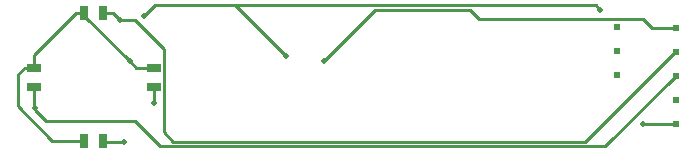
<source format=gtl>
G04*
G04 #@! TF.GenerationSoftware,Altium Limited,Altium Designer,20.1.14 (287)*
G04*
G04 Layer_Physical_Order=1*
G04 Layer_Color=255*
%FSLAX24Y24*%
%MOIN*%
G70*
G04*
G04 #@! TF.SameCoordinates,17311497-FE2C-4E5C-BF44-28A0539949C5*
G04*
G04*
G04 #@! TF.FilePolarity,Positive*
G04*
G01*
G75*
%ADD10C,0.0100*%
%ADD14R,0.1500X0.0100*%
%ADD15R,0.0492X0.0315*%
%ADD16R,0.0315X0.0492*%
%ADD21C,0.0240*%
%ADD22C,0.0200*%
D10*
X10500Y-2200D02*
X16386D01*
X17050Y-2350D02*
X19400Y0D01*
X10500Y-2350D02*
X17050D01*
X3500D02*
X10500D01*
X3500Y-2200D02*
X10500D01*
X2217Y-2350D02*
X3500D01*
X2649Y-2200D02*
X3500D01*
X1691Y2000D02*
X2041Y2350D01*
X3500D01*
X10300Y2350D02*
X16731D01*
X16731Y2350D01*
X10300Y2200D02*
X12559D01*
X9391D02*
X10300D01*
X3500Y2350D02*
X4719D01*
X4719Y2350D01*
X12559Y2200D02*
X12859Y1900D01*
X18317D02*
X18617Y1600D01*
X12859Y1900D02*
X18317D01*
X16731Y2350D02*
X16881Y2200D01*
X2336Y-1887D02*
X2649Y-2200D01*
X2336Y-1887D02*
Y877D01*
X-2000Y-1079D02*
Y-365D01*
X19386Y800D02*
X19400D01*
X16386Y-2200D02*
X19386Y800D01*
X1364Y1849D02*
X2336Y877D01*
X4719Y2350D02*
X6402Y666D01*
X4719Y2350D02*
X10300D01*
X7668Y476D02*
X9391Y2200D01*
X18617Y1600D02*
X19400D01*
X1367Y-1500D02*
X2217Y-2350D01*
X-1600Y-1500D02*
X1367D01*
X18298Y-1598D02*
X18298D01*
X18300Y-1600D01*
X1200Y476D02*
X1411Y265D01*
X-315Y1991D02*
X1200Y476D01*
X871Y1849D02*
X1364D01*
X640Y2080D02*
X871Y1849D01*
X-315Y1991D02*
Y2080D01*
X1411Y265D02*
X2000D01*
X315Y2080D02*
X640D01*
X-2518Y43D02*
X-2296Y265D01*
X-2000D01*
X-2518Y-1024D02*
Y43D01*
Y-1024D02*
X-1371Y-2171D01*
X-324D01*
X-315Y-2180D01*
X-1950Y-1150D02*
X-1600Y-1500D01*
X-1950Y-1150D02*
Y-1079D01*
X-1989Y676D02*
X-585Y2080D01*
X-315D01*
X-1989Y276D02*
Y676D01*
X18300Y-1600D02*
X19400D01*
X315Y-2180D02*
X349Y-2214D01*
X1004D01*
X2000Y-900D02*
Y-365D01*
D14*
X10500Y-2200D02*
D03*
X3500D02*
D03*
X10500Y-2350D02*
D03*
X3500D02*
D03*
Y2350D02*
D03*
X10300Y2350D02*
D03*
Y2200D02*
D03*
D15*
X2000Y-365D02*
D03*
Y265D02*
D03*
X-2000Y-365D02*
D03*
Y265D02*
D03*
D16*
X315Y2080D02*
D03*
X-315D02*
D03*
X315Y-2180D02*
D03*
X-315D02*
D03*
D21*
X19400Y-1600D02*
D03*
X17449Y32D02*
D03*
X19400Y0D02*
D03*
X17449Y832D02*
D03*
Y1632D02*
D03*
X19400Y1600D02*
D03*
Y800D02*
D03*
Y-800D02*
D03*
D22*
X1691Y2000D02*
D03*
X16881Y2200D02*
D03*
X7668Y476D02*
D03*
X18298Y-1598D02*
D03*
X6402Y666D02*
D03*
X-1950Y-1079D02*
D03*
X1200Y476D02*
D03*
X871Y1849D02*
D03*
X2000Y-900D02*
D03*
X1004Y-2214D02*
D03*
M02*

</source>
